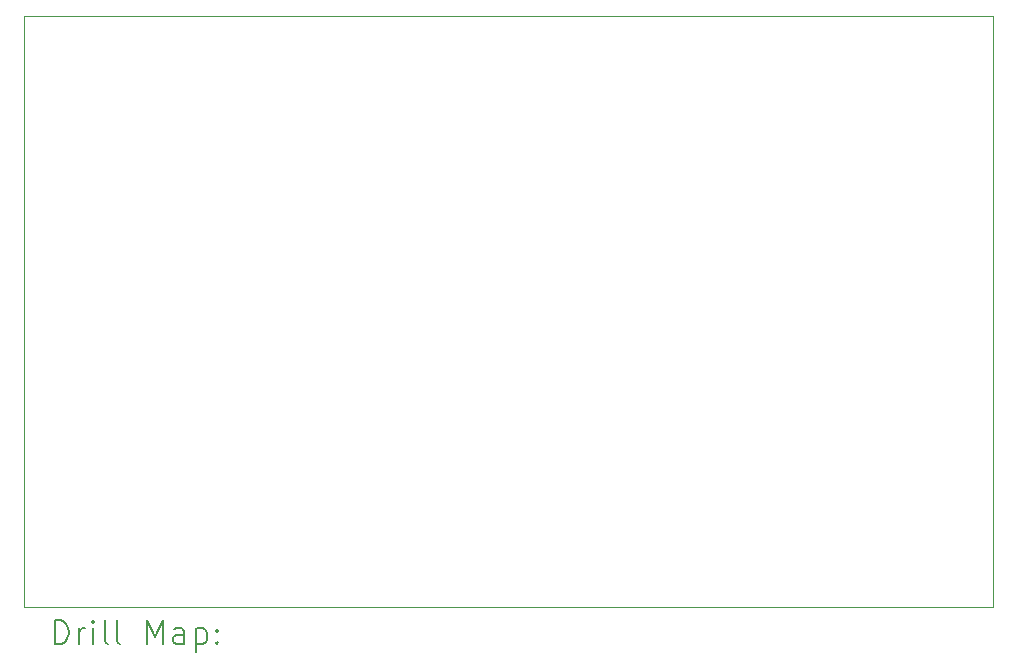
<source format=gbr>
%TF.GenerationSoftware,KiCad,Pcbnew,9.0.2*%
%TF.CreationDate,2025-05-14T19:23:24+05:30*%
%TF.ProjectId,SpO2_project,53704f32-5f70-4726-9f6a-6563742e6b69,rev?*%
%TF.SameCoordinates,Original*%
%TF.FileFunction,Drillmap*%
%TF.FilePolarity,Positive*%
%FSLAX45Y45*%
G04 Gerber Fmt 4.5, Leading zero omitted, Abs format (unit mm)*
G04 Created by KiCad (PCBNEW 9.0.2) date 2025-05-14 19:23:24*
%MOMM*%
%LPD*%
G01*
G04 APERTURE LIST*
%ADD10C,0.038100*%
%ADD11C,0.200000*%
G04 APERTURE END LIST*
D10*
X8900000Y-11000000D02*
X17100000Y-11000000D01*
X8900000Y-6000000D02*
X8900000Y-11000000D01*
X17100000Y-11000000D02*
X17100000Y-6000000D01*
X17100000Y-6000000D02*
X8900000Y-6000000D01*
D11*
X9158872Y-11313389D02*
X9158872Y-11113389D01*
X9158872Y-11113389D02*
X9206491Y-11113389D01*
X9206491Y-11113389D02*
X9235062Y-11122913D01*
X9235062Y-11122913D02*
X9254110Y-11141960D01*
X9254110Y-11141960D02*
X9263634Y-11161008D01*
X9263634Y-11161008D02*
X9273158Y-11199103D01*
X9273158Y-11199103D02*
X9273158Y-11227674D01*
X9273158Y-11227674D02*
X9263634Y-11265770D01*
X9263634Y-11265770D02*
X9254110Y-11284817D01*
X9254110Y-11284817D02*
X9235062Y-11303865D01*
X9235062Y-11303865D02*
X9206491Y-11313389D01*
X9206491Y-11313389D02*
X9158872Y-11313389D01*
X9358872Y-11313389D02*
X9358872Y-11180055D01*
X9358872Y-11218151D02*
X9368396Y-11199103D01*
X9368396Y-11199103D02*
X9377919Y-11189579D01*
X9377919Y-11189579D02*
X9396967Y-11180055D01*
X9396967Y-11180055D02*
X9416015Y-11180055D01*
X9482681Y-11313389D02*
X9482681Y-11180055D01*
X9482681Y-11113389D02*
X9473158Y-11122913D01*
X9473158Y-11122913D02*
X9482681Y-11132436D01*
X9482681Y-11132436D02*
X9492205Y-11122913D01*
X9492205Y-11122913D02*
X9482681Y-11113389D01*
X9482681Y-11113389D02*
X9482681Y-11132436D01*
X9606491Y-11313389D02*
X9587443Y-11303865D01*
X9587443Y-11303865D02*
X9577919Y-11284817D01*
X9577919Y-11284817D02*
X9577919Y-11113389D01*
X9711253Y-11313389D02*
X9692205Y-11303865D01*
X9692205Y-11303865D02*
X9682681Y-11284817D01*
X9682681Y-11284817D02*
X9682681Y-11113389D01*
X9939824Y-11313389D02*
X9939824Y-11113389D01*
X9939824Y-11113389D02*
X10006491Y-11256246D01*
X10006491Y-11256246D02*
X10073158Y-11113389D01*
X10073158Y-11113389D02*
X10073158Y-11313389D01*
X10254110Y-11313389D02*
X10254110Y-11208627D01*
X10254110Y-11208627D02*
X10244586Y-11189579D01*
X10244586Y-11189579D02*
X10225539Y-11180055D01*
X10225539Y-11180055D02*
X10187443Y-11180055D01*
X10187443Y-11180055D02*
X10168396Y-11189579D01*
X10254110Y-11303865D02*
X10235062Y-11313389D01*
X10235062Y-11313389D02*
X10187443Y-11313389D01*
X10187443Y-11313389D02*
X10168396Y-11303865D01*
X10168396Y-11303865D02*
X10158872Y-11284817D01*
X10158872Y-11284817D02*
X10158872Y-11265770D01*
X10158872Y-11265770D02*
X10168396Y-11246722D01*
X10168396Y-11246722D02*
X10187443Y-11237198D01*
X10187443Y-11237198D02*
X10235062Y-11237198D01*
X10235062Y-11237198D02*
X10254110Y-11227674D01*
X10349348Y-11180055D02*
X10349348Y-11380055D01*
X10349348Y-11189579D02*
X10368396Y-11180055D01*
X10368396Y-11180055D02*
X10406491Y-11180055D01*
X10406491Y-11180055D02*
X10425539Y-11189579D01*
X10425539Y-11189579D02*
X10435062Y-11199103D01*
X10435062Y-11199103D02*
X10444586Y-11218151D01*
X10444586Y-11218151D02*
X10444586Y-11275293D01*
X10444586Y-11275293D02*
X10435062Y-11294341D01*
X10435062Y-11294341D02*
X10425539Y-11303865D01*
X10425539Y-11303865D02*
X10406491Y-11313389D01*
X10406491Y-11313389D02*
X10368396Y-11313389D01*
X10368396Y-11313389D02*
X10349348Y-11303865D01*
X10530300Y-11294341D02*
X10539824Y-11303865D01*
X10539824Y-11303865D02*
X10530300Y-11313389D01*
X10530300Y-11313389D02*
X10520777Y-11303865D01*
X10520777Y-11303865D02*
X10530300Y-11294341D01*
X10530300Y-11294341D02*
X10530300Y-11313389D01*
X10530300Y-11189579D02*
X10539824Y-11199103D01*
X10539824Y-11199103D02*
X10530300Y-11208627D01*
X10530300Y-11208627D02*
X10520777Y-11199103D01*
X10520777Y-11199103D02*
X10530300Y-11189579D01*
X10530300Y-11189579D02*
X10530300Y-11208627D01*
M02*

</source>
